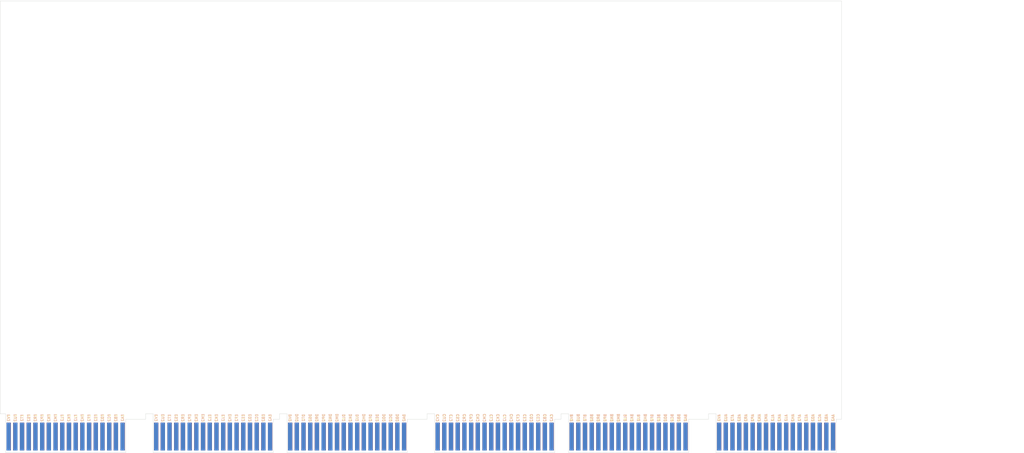
<source format=kicad_pcb>
(kicad_pcb (version 20171130) (host pcbnew "(5.1.10)-1")

  (general
    (thickness 1.6)
    (drawings 55)
    (tracks 0)
    (zones 0)
    (modules 13)
    (nets 1)
  )

  (page C)
  (title_block
    (title "Template for DEC FLIP CHIP Hex-Height, Extended-Length Module")
    (rev 1)
  )

  (layers
    (0 F.Cu signal)
    (31 B.Cu signal)
    (32 B.Adhes user)
    (33 F.Adhes user)
    (34 B.Paste user)
    (35 F.Paste user)
    (36 B.SilkS user)
    (37 F.SilkS user)
    (38 B.Mask user)
    (39 F.Mask user)
    (40 Dwgs.User user)
    (41 Cmts.User user)
    (42 Eco1.User user)
    (43 Eco2.User user)
    (44 Edge.Cuts user)
    (45 Margin user)
    (46 B.CrtYd user)
    (47 F.CrtYd user)
    (48 B.Fab user)
    (49 F.Fab user)
  )

  (setup
    (last_trace_width 0.25)
    (trace_clearance 0.2)
    (zone_clearance 0.508)
    (zone_45_only no)
    (trace_min 0.2)
    (via_size 0.8)
    (via_drill 0.4)
    (via_min_size 0.4)
    (via_min_drill 0.3)
    (uvia_size 0.3)
    (uvia_drill 0.1)
    (uvias_allowed no)
    (uvia_min_size 0.2)
    (uvia_min_drill 0.1)
    (edge_width 0.127)
    (segment_width 0.2)
    (pcb_text_width 0.3)
    (pcb_text_size 1.5 1.5)
    (mod_edge_width 0.12)
    (mod_text_size 1 1)
    (mod_text_width 0.15)
    (pad_size 3.200001 3.200001)
    (pad_drill 3.200001)
    (pad_to_mask_clearance 0)
    (aux_axis_origin 0 0)
    (grid_origin 482.6 304.8)
    (visible_elements 7FFFFFFF)
    (pcbplotparams
      (layerselection 0x010fc_ffffffff)
      (usegerberextensions false)
      (usegerberattributes true)
      (usegerberadvancedattributes true)
      (creategerberjobfile true)
      (excludeedgelayer true)
      (linewidth 0.100000)
      (plotframeref false)
      (viasonmask false)
      (mode 1)
      (useauxorigin false)
      (hpglpennumber 1)
      (hpglpenspeed 20)
      (hpglpendiameter 15.000000)
      (psnegative false)
      (psa4output false)
      (plotreference true)
      (plotvalue true)
      (plotinvisibletext false)
      (padsonsilk false)
      (subtractmaskfromsilk false)
      (outputformat 1)
      (mirror false)
      (drillshape 1)
      (scaleselection 1)
      (outputdirectory ""))
  )

  (net 0 "")

  (net_class Default "This is the default net class."
    (clearance 0.2)
    (trace_width 0.25)
    (via_dia 0.8)
    (via_drill 0.4)
    (uvia_dia 0.3)
    (uvia_drill 0.1)
  )

  (module DEC-FLIP-CHIP:CONN-DEC-HEX (layer F.Cu) (tedit 6169CDCD) (tstamp 616A3F0F)
    (at 482.6 304.8)
    (descr "DEC FLIP CHIP QUAD-HEX Edge Connector")
    (fp_text reference J1 (at -198.5772 4.9276) (layer Cmts.User) hide
      (effects (font (size 1.27 1.27) (thickness 0.2032)))
    )
    (fp_text value CONN-DEC-HEX (at -199.0852 8.0264) (layer Cmts.User) hide
      (effects (font (size 1.27 1.27) (thickness 0.2032)))
    )
    (fp_text user FP2 (at -378.5616 -16.51 90) (layer B.SilkS)
      (effects (font (size 1.27 1.27) (thickness 0.2032)) (justify mirror))
    )
    (fp_text user FS2 (at -384.9116 -16.51 90) (layer B.SilkS)
      (effects (font (size 1.27 1.27) (thickness 0.2032)) (justify mirror))
    )
    (fp_text user FT2 (at -388.0866 -16.51 90) (layer B.SilkS)
      (effects (font (size 1.27 1.27) (thickness 0.2032)) (justify mirror))
    )
    (fp_text user FV2 (at -394.4366 -16.51 90) (layer B.SilkS)
      (effects (font (size 1.27 1.27) (thickness 0.2032)) (justify mirror))
    )
    (fp_text user FU2 (at -391.2616 -16.51 90) (layer B.SilkS)
      (effects (font (size 1.27 1.27) (thickness 0.2032)) (justify mirror))
    )
    (fp_text user FR2 (at -381.7366 -16.51 90) (layer B.SilkS)
      (effects (font (size 1.27 1.27) (thickness 0.2032)) (justify mirror))
    )
    (fp_text user FM2 (at -372.2116 -16.51 90) (layer B.SilkS)
      (effects (font (size 1.27 1.27) (thickness 0.2032)) (justify mirror))
    )
    (fp_text user EB2 (at -273.7866 -16.51 90) (layer B.SilkS)
      (effects (font (size 1.27 1.27) (thickness 0.2032)) (justify mirror))
    )
    (fp_text user EN2 (at -305.5366 -16.51 90) (layer B.SilkS)
      (effects (font (size 1.27 1.27) (thickness 0.2032)) (justify mirror))
    )
    (fp_text user FE2 (at -353.1616 -16.51 90) (layer B.SilkS)
      (effects (font (size 1.27 1.27) (thickness 0.2032)) (justify mirror))
    )
    (fp_text user FL2 (at -369.0366 -16.51 90) (layer B.SilkS)
      (effects (font (size 1.27 1.27) (thickness 0.2032)) (justify mirror))
    )
    (fp_text user FJ2 (at -362.6866 -16.51 90) (layer B.SilkS)
      (effects (font (size 1.27 1.27) (thickness 0.2032)) (justify mirror))
    )
    (fp_text user FH2 (at -359.5116 -16.51 90) (layer B.SilkS)
      (effects (font (size 1.27 1.27) (thickness 0.2032)) (justify mirror))
    )
    (fp_text user ED2 (at -280.1366 -16.51 90) (layer B.SilkS)
      (effects (font (size 1.27 1.27) (thickness 0.2032)) (justify mirror))
    )
    (fp_text user EP2 (at -308.7116 -16.51 90) (layer B.SilkS)
      (effects (font (size 1.27 1.27) (thickness 0.2032)) (justify mirror))
    )
    (fp_text user FB2 (at -343.6366 -16.51 90) (layer B.SilkS)
      (effects (font (size 1.27 1.27) (thickness 0.2032)) (justify mirror))
    )
    (fp_text user EC2 (at -276.9616 -16.51 90) (layer B.SilkS)
      (effects (font (size 1.27 1.27) (thickness 0.2032)) (justify mirror))
    )
    (fp_text user ES2 (at -315.0616 -16.51 90) (layer B.SilkS)
      (effects (font (size 1.27 1.27) (thickness 0.2032)) (justify mirror))
    )
    (fp_text user EL2 (at -299.1866 -16.51 90) (layer B.SilkS)
      (effects (font (size 1.27 1.27) (thickness 0.2032)) (justify mirror))
    )
    (fp_text user EJ2 (at -292.8366 -16.51 90) (layer B.SilkS)
      (effects (font (size 1.27 1.27) (thickness 0.2032)) (justify mirror))
    )
    (fp_text user EA2 (at -270.6116 -16.51 90) (layer B.SilkS)
      (effects (font (size 1.27 1.27) (thickness 0.2032)) (justify mirror))
    )
    (fp_text user ET2 (at -318.2366 -16.51 90) (layer B.SilkS)
      (effects (font (size 1.27 1.27) (thickness 0.2032)) (justify mirror))
    )
    (fp_text user ER2 (at -311.8866 -16.51 90) (layer B.SilkS)
      (effects (font (size 1.27 1.27) (thickness 0.2032)) (justify mirror))
    )
    (fp_text user EU2 (at -321.4116 -16.51 90) (layer B.SilkS)
      (effects (font (size 1.27 1.27) (thickness 0.2032)) (justify mirror))
    )
    (fp_text user EV2 (at -324.5866 -16.51 90) (layer B.SilkS)
      (effects (font (size 1.27 1.27) (thickness 0.2032)) (justify mirror))
    )
    (fp_text user FN2 (at -375.3866 -16.51 90) (layer B.SilkS)
      (effects (font (size 1.27 1.27) (thickness 0.2032)) (justify mirror))
    )
    (fp_text user FK2 (at -365.8616 -16.51 90) (layer B.SilkS)
      (effects (font (size 1.27 1.27) (thickness 0.2032)) (justify mirror))
    )
    (fp_text user EK2 (at -296.0116 -16.51 90) (layer B.SilkS)
      (effects (font (size 1.27 1.27) (thickness 0.2032)) (justify mirror))
    )
    (fp_text user FF2 (at -356.3366 -16.51 90) (layer B.SilkS)
      (effects (font (size 1.27 1.27) (thickness 0.2032)) (justify mirror))
    )
    (fp_text user EM2 (at -302.3616 -16.51 90) (layer B.SilkS)
      (effects (font (size 1.27 1.27) (thickness 0.2032)) (justify mirror))
    )
    (fp_text user FA2 (at -340.4616 -16.51 90) (layer B.SilkS)
      (effects (font (size 1.27 1.27) (thickness 0.2032)) (justify mirror))
    )
    (fp_text user EF2 (at -286.4866 -16.51 90) (layer B.SilkS)
      (effects (font (size 1.27 1.27) (thickness 0.2032)) (justify mirror))
    )
    (fp_text user EH2 (at -289.6616 -16.51 90) (layer B.SilkS)
      (effects (font (size 1.27 1.27) (thickness 0.2032)) (justify mirror))
    )
    (fp_text user FD2 (at -349.9866 -16.51 90) (layer B.SilkS)
      (effects (font (size 1.27 1.27) (thickness 0.2032)) (justify mirror))
    )
    (fp_text user FC2 (at -346.8116 -16.51 90) (layer B.SilkS)
      (effects (font (size 1.27 1.27) (thickness 0.2032)) (justify mirror))
    )
    (fp_text user EE2 (at -283.3116 -16.51 90) (layer B.SilkS)
      (effects (font (size 1.27 1.27) (thickness 0.2032)) (justify mirror))
    )
    (fp_text user FE1 (at -353.1616 -16.51 90) (layer F.SilkS)
      (effects (font (size 1.27 1.27) (thickness 0.2032)))
    )
    (fp_text user FK1 (at -365.8616 -16.51 90) (layer F.SilkS)
      (effects (font (size 1.27 1.27) (thickness 0.2032)))
    )
    (fp_text user EB1 (at -273.7866 -16.51 90) (layer F.SilkS)
      (effects (font (size 1.27 1.27) (thickness 0.2032)))
    )
    (fp_text user FL1 (at -369.0366 -16.51 90) (layer F.SilkS)
      (effects (font (size 1.27 1.27) (thickness 0.2032)))
    )
    (fp_text user FM1 (at -372.2116 -16.51 90) (layer F.SilkS)
      (effects (font (size 1.27 1.27) (thickness 0.2032)))
    )
    (fp_text user FR1 (at -381.7366 -16.51 90) (layer F.SilkS)
      (effects (font (size 1.27 1.27) (thickness 0.2032)))
    )
    (fp_text user EP1 (at -308.7116 -16.51 90) (layer F.SilkS)
      (effects (font (size 1.27 1.27) (thickness 0.2032)))
    )
    (fp_text user FA1 (at -340.4616 -16.51 90) (layer F.SilkS)
      (effects (font (size 1.27 1.27) (thickness 0.2032)))
    )
    (fp_text user FC1 (at -346.8116 -16.51 90) (layer F.SilkS)
      (effects (font (size 1.27 1.27) (thickness 0.2032)))
    )
    (fp_text user FV1 (at -394.4366 -16.51 90) (layer F.SilkS)
      (effects (font (size 1.27 1.27) (thickness 0.2032)))
    )
    (fp_text user ER1 (at -311.8866 -16.51 90) (layer F.SilkS)
      (effects (font (size 1.27 1.27) (thickness 0.2032)))
    )
    (fp_text user ES1 (at -315.0616 -16.51 90) (layer F.SilkS)
      (effects (font (size 1.27 1.27) (thickness 0.2032)))
    )
    (fp_text user EV1 (at -324.5866 -16.51 90) (layer F.SilkS)
      (effects (font (size 1.27 1.27) (thickness 0.2032)))
    )
    (fp_text user FB1 (at -343.6366 -16.51 90) (layer F.SilkS)
      (effects (font (size 1.27 1.27) (thickness 0.2032)))
    )
    (fp_text user EN1 (at -305.5366 -16.51 90) (layer F.SilkS)
      (effects (font (size 1.27 1.27) (thickness 0.2032)))
    )
    (fp_text user EU1 (at -321.4116 -16.51 90) (layer F.SilkS)
      (effects (font (size 1.27 1.27) (thickness 0.2032)))
    )
    (fp_text user EF1 (at -286.4866 -16.51 90) (layer F.SilkS)
      (effects (font (size 1.27 1.27) (thickness 0.2032)))
    )
    (fp_text user FD1 (at -349.9866 -16.51 90) (layer F.SilkS)
      (effects (font (size 1.27 1.27) (thickness 0.2032)))
    )
    (fp_text user FS1 (at -384.9116 -16.51 90) (layer F.SilkS)
      (effects (font (size 1.27 1.27) (thickness 0.2032)))
    )
    (fp_text user FH1 (at -359.5116 -16.51 90) (layer F.SilkS)
      (effects (font (size 1.27 1.27) (thickness 0.2032)))
    )
    (fp_text user EL1 (at -299.1866 -16.51 90) (layer F.SilkS)
      (effects (font (size 1.27 1.27) (thickness 0.2032)))
    )
    (fp_text user EK1 (at -296.0116 -16.51 90) (layer F.SilkS)
      (effects (font (size 1.27 1.27) (thickness 0.2032)))
    )
    (fp_text user EH1 (at -289.6616 -16.51 90) (layer F.SilkS)
      (effects (font (size 1.27 1.27) (thickness 0.2032)))
    )
    (fp_text user FU1 (at -391.2616 -16.51 90) (layer F.SilkS)
      (effects (font (size 1.27 1.27) (thickness 0.2032)))
    )
    (fp_text user ET1 (at -318.2366 -16.51 90) (layer F.SilkS)
      (effects (font (size 1.27 1.27) (thickness 0.2032)))
    )
    (fp_text user EA1 (at -270.6116 -16.51 90) (layer F.SilkS)
      (effects (font (size 1.27 1.27) (thickness 0.2032)))
    )
    (fp_text user ED1 (at -280.1366 -16.51 90) (layer F.SilkS)
      (effects (font (size 1.27 1.27) (thickness 0.2032)))
    )
    (fp_text user EC1 (at -276.9616 -16.51 90) (layer F.SilkS)
      (effects (font (size 1.27 1.27) (thickness 0.2032)))
    )
    (fp_text user FF1 (at -356.3366 -16.51 90) (layer F.SilkS)
      (effects (font (size 1.27 1.27) (thickness 0.2032)))
    )
    (fp_text user FJ1 (at -362.6866 -16.51 90) (layer F.SilkS)
      (effects (font (size 1.27 1.27) (thickness 0.2032)))
    )
    (fp_text user FT1 (at -388.0866 -16.51 90) (layer F.SilkS)
      (effects (font (size 1.27 1.27) (thickness 0.2032)))
    )
    (fp_text user FP1 (at -378.5616 -16.51 90) (layer F.SilkS)
      (effects (font (size 1.27 1.27) (thickness 0.2032)))
    )
    (fp_text user FN1 (at -375.3866 -16.51 90) (layer F.SilkS)
      (effects (font (size 1.27 1.27) (thickness 0.2032)))
    )
    (fp_text user EE1 (at -283.3116 -16.51 90) (layer F.SilkS)
      (effects (font (size 1.27 1.27) (thickness 0.2032)))
    )
    (fp_text user EM1 (at -302.3616 -16.51 90) (layer F.SilkS)
      (effects (font (size 1.27 1.27) (thickness 0.2032)))
    )
    (fp_text user EJ1 (at -292.8366 -16.51 90) (layer F.SilkS)
      (effects (font (size 1.27 1.27) (thickness 0.2032)))
    )
    (fp_text user DV2 (at -261.1374 -16.51 90) (layer B.SilkS)
      (effects (font (size 1.27 1.27) (thickness 0.2032)) (justify mirror))
    )
    (fp_text user DU2 (at -257.9624 -16.51 90) (layer B.SilkS)
      (effects (font (size 1.27 1.27) (thickness 0.2032)) (justify mirror))
    )
    (fp_text user DT2 (at -254.7874 -16.51 90) (layer B.SilkS)
      (effects (font (size 1.27 1.27) (thickness 0.2032)) (justify mirror))
    )
    (fp_text user DS2 (at -251.6124 -16.51 90) (layer B.SilkS)
      (effects (font (size 1.27 1.27) (thickness 0.2032)) (justify mirror))
    )
    (fp_text user DR2 (at -248.4374 -16.51 90) (layer B.SilkS)
      (effects (font (size 1.27 1.27) (thickness 0.2032)) (justify mirror))
    )
    (fp_text user DP2 (at -245.2624 -16.51 90) (layer B.SilkS)
      (effects (font (size 1.27 1.27) (thickness 0.2032)) (justify mirror))
    )
    (fp_text user DN2 (at -242.0874 -16.51 90) (layer B.SilkS)
      (effects (font (size 1.27 1.27) (thickness 0.2032)) (justify mirror))
    )
    (fp_text user DM2 (at -238.9124 -16.51 90) (layer B.SilkS)
      (effects (font (size 1.27 1.27) (thickness 0.2032)) (justify mirror))
    )
    (fp_text user DL2 (at -235.7374 -16.51 90) (layer B.SilkS)
      (effects (font (size 1.27 1.27) (thickness 0.2032)) (justify mirror))
    )
    (fp_text user DK2 (at -232.5624 -16.51 90) (layer B.SilkS)
      (effects (font (size 1.27 1.27) (thickness 0.2032)) (justify mirror))
    )
    (fp_text user DJ2 (at -229.3874 -16.51 90) (layer B.SilkS)
      (effects (font (size 1.27 1.27) (thickness 0.2032)) (justify mirror))
    )
    (fp_text user DH2 (at -226.2124 -16.51 90) (layer B.SilkS)
      (effects (font (size 1.27 1.27) (thickness 0.2032)) (justify mirror))
    )
    (fp_text user DF2 (at -223.0374 -16.51 90) (layer B.SilkS)
      (effects (font (size 1.27 1.27) (thickness 0.2032)) (justify mirror))
    )
    (fp_text user DE2 (at -219.8624 -16.51 90) (layer B.SilkS)
      (effects (font (size 1.27 1.27) (thickness 0.2032)) (justify mirror))
    )
    (fp_text user DD2 (at -216.6874 -16.51 90) (layer B.SilkS)
      (effects (font (size 1.27 1.27) (thickness 0.2032)) (justify mirror))
    )
    (fp_text user DC2 (at -213.5124 -16.51 90) (layer B.SilkS)
      (effects (font (size 1.27 1.27) (thickness 0.2032)) (justify mirror))
    )
    (fp_text user DB2 (at -210.3374 -16.51 90) (layer B.SilkS)
      (effects (font (size 1.27 1.27) (thickness 0.2032)) (justify mirror))
    )
    (fp_text user DA2 (at -207.1624 -16.51 90) (layer B.SilkS)
      (effects (font (size 1.27 1.27) (thickness 0.2032)) (justify mirror))
    )
    (fp_text user CA2 (at -137.3124 -16.51 90) (layer B.SilkS)
      (effects (font (size 1.27 1.27) (thickness 0.2032)) (justify mirror))
    )
    (fp_text user CB2 (at -140.4874 -16.51 90) (layer B.SilkS)
      (effects (font (size 1.27 1.27) (thickness 0.2032)) (justify mirror))
    )
    (fp_text user CC2 (at -143.6624 -16.51 90) (layer B.SilkS)
      (effects (font (size 1.27 1.27) (thickness 0.2032)) (justify mirror))
    )
    (fp_text user CD2 (at -146.8374 -16.51 90) (layer B.SilkS)
      (effects (font (size 1.27 1.27) (thickness 0.2032)) (justify mirror))
    )
    (fp_text user CE2 (at -150.0124 -16.51 90) (layer B.SilkS)
      (effects (font (size 1.27 1.27) (thickness 0.2032)) (justify mirror))
    )
    (fp_text user CF2 (at -153.1874 -16.51 90) (layer B.SilkS)
      (effects (font (size 1.27 1.27) (thickness 0.2032)) (justify mirror))
    )
    (fp_text user CH2 (at -156.3624 -16.51 90) (layer B.SilkS)
      (effects (font (size 1.27 1.27) (thickness 0.2032)) (justify mirror))
    )
    (fp_text user CJ2 (at -159.5374 -16.51 90) (layer B.SilkS)
      (effects (font (size 1.27 1.27) (thickness 0.2032)) (justify mirror))
    )
    (fp_text user CK2 (at -162.7124 -16.51 90) (layer B.SilkS)
      (effects (font (size 1.27 1.27) (thickness 0.2032)) (justify mirror))
    )
    (fp_text user CL2 (at -165.8874 -16.51 90) (layer B.SilkS)
      (effects (font (size 1.27 1.27) (thickness 0.2032)) (justify mirror))
    )
    (fp_text user CM2 (at -169.0624 -16.51 90) (layer B.SilkS)
      (effects (font (size 1.27 1.27) (thickness 0.2032)) (justify mirror))
    )
    (fp_text user CN2 (at -172.2374 -16.51 90) (layer B.SilkS)
      (effects (font (size 1.27 1.27) (thickness 0.2032)) (justify mirror))
    )
    (fp_text user CP2 (at -175.4124 -16.51 90) (layer B.SilkS)
      (effects (font (size 1.27 1.27) (thickness 0.2032)) (justify mirror))
    )
    (fp_text user CR2 (at -178.5874 -16.51 90) (layer B.SilkS)
      (effects (font (size 1.27 1.27) (thickness 0.2032)) (justify mirror))
    )
    (fp_text user CS2 (at -181.7624 -16.51 90) (layer B.SilkS)
      (effects (font (size 1.27 1.27) (thickness 0.2032)) (justify mirror))
    )
    (fp_text user CT2 (at -184.9374 -16.51 90) (layer B.SilkS)
      (effects (font (size 1.27 1.27) (thickness 0.2032)) (justify mirror))
    )
    (fp_text user CU2 (at -188.1124 -16.51 90) (layer B.SilkS)
      (effects (font (size 1.27 1.27) (thickness 0.2032)) (justify mirror))
    )
    (fp_text user CV2 (at -191.2874 -16.51 90) (layer B.SilkS)
      (effects (font (size 1.27 1.27) (thickness 0.2032)) (justify mirror))
    )
    (fp_text user BV2 (at -127.8382 -16.51 90) (layer B.SilkS)
      (effects (font (size 1.27 1.27) (thickness 0.2032)) (justify mirror))
    )
    (fp_text user BU2 (at -124.6632 -16.51 90) (layer B.SilkS)
      (effects (font (size 1.27 1.27) (thickness 0.2032)) (justify mirror))
    )
    (fp_text user BT2 (at -121.4882 -16.51 90) (layer B.SilkS)
      (effects (font (size 1.27 1.27) (thickness 0.2032)) (justify mirror))
    )
    (fp_text user BS2 (at -118.3132 -16.51 90) (layer B.SilkS)
      (effects (font (size 1.27 1.27) (thickness 0.2032)) (justify mirror))
    )
    (fp_text user BR2 (at -115.1382 -16.51 90) (layer B.SilkS)
      (effects (font (size 1.27 1.27) (thickness 0.2032)) (justify mirror))
    )
    (fp_text user BP2 (at -111.9632 -16.51 90) (layer B.SilkS)
      (effects (font (size 1.27 1.27) (thickness 0.2032)) (justify mirror))
    )
    (fp_text user BN2 (at -108.7882 -16.51 90) (layer B.SilkS)
      (effects (font (size 1.27 1.27) (thickness 0.2032)) (justify mirror))
    )
    (fp_text user BM2 (at -105.6132 -16.51 90) (layer B.SilkS)
      (effects (font (size 1.27 1.27) (thickness 0.2032)) (justify mirror))
    )
    (fp_text user BL2 (at -102.4382 -16.51 90) (layer B.SilkS)
      (effects (font (size 1.27 1.27) (thickness 0.2032)) (justify mirror))
    )
    (fp_text user BK2 (at -99.2632 -16.51 90) (layer B.SilkS)
      (effects (font (size 1.27 1.27) (thickness 0.2032)) (justify mirror))
    )
    (fp_text user BJ2 (at -96.0882 -16.51 90) (layer B.SilkS)
      (effects (font (size 1.27 1.27) (thickness 0.2032)) (justify mirror))
    )
    (fp_text user BH2 (at -92.9132 -16.51 90) (layer B.SilkS)
      (effects (font (size 1.27 1.27) (thickness 0.2032)) (justify mirror))
    )
    (fp_text user BF2 (at -89.7382 -16.51 90) (layer B.SilkS)
      (effects (font (size 1.27 1.27) (thickness 0.2032)) (justify mirror))
    )
    (fp_text user BE2 (at -86.5632 -16.51 90) (layer B.SilkS)
      (effects (font (size 1.27 1.27) (thickness 0.2032)) (justify mirror))
    )
    (fp_text user BD2 (at -83.3882 -16.51 90) (layer B.SilkS)
      (effects (font (size 1.27 1.27) (thickness 0.2032)) (justify mirror))
    )
    (fp_text user BC2 (at -80.2132 -16.51 90) (layer B.SilkS)
      (effects (font (size 1.27 1.27) (thickness 0.2032)) (justify mirror))
    )
    (fp_text user BB2 (at -77.0382 -16.51 90) (layer B.SilkS)
      (effects (font (size 1.27 1.27) (thickness 0.2032)) (justify mirror))
    )
    (fp_text user BA2 (at -73.8632 -16.51 90) (layer B.SilkS)
      (effects (font (size 1.27 1.27) (thickness 0.2032)) (justify mirror))
    )
    (fp_text user AA2 (at -4.0132 -16.51 90) (layer B.SilkS)
      (effects (font (size 1.27 1.27) (thickness 0.2032)) (justify mirror))
    )
    (fp_text user AB2 (at -7.1882 -16.51 90) (layer B.SilkS)
      (effects (font (size 1.27 1.27) (thickness 0.2032)) (justify mirror))
    )
    (fp_text user AC2 (at -10.3632 -16.51 90) (layer B.SilkS)
      (effects (font (size 1.27 1.27) (thickness 0.2032)) (justify mirror))
    )
    (fp_text user AD2 (at -13.5382 -16.51 90) (layer B.SilkS)
      (effects (font (size 1.27 1.27) (thickness 0.2032)) (justify mirror))
    )
    (fp_text user AE2 (at -16.7132 -16.51 90) (layer B.SilkS)
      (effects (font (size 1.27 1.27) (thickness 0.2032)) (justify mirror))
    )
    (fp_text user AF2 (at -19.8882 -16.51 90) (layer B.SilkS)
      (effects (font (size 1.27 1.27) (thickness 0.2032)) (justify mirror))
    )
    (fp_text user AH2 (at -23.0632 -16.51 90) (layer B.SilkS)
      (effects (font (size 1.27 1.27) (thickness 0.2032)) (justify mirror))
    )
    (fp_text user AJ2 (at -26.2382 -16.51 90) (layer B.SilkS)
      (effects (font (size 1.27 1.27) (thickness 0.2032)) (justify mirror))
    )
    (fp_text user AK2 (at -29.4132 -16.51 90) (layer B.SilkS)
      (effects (font (size 1.27 1.27) (thickness 0.2032)) (justify mirror))
    )
    (fp_text user AL2 (at -32.5882 -16.51 90) (layer B.SilkS)
      (effects (font (size 1.27 1.27) (thickness 0.2032)) (justify mirror))
    )
    (fp_text user AM2 (at -35.7632 -16.51 90) (layer B.SilkS)
      (effects (font (size 1.27 1.27) (thickness 0.2032)) (justify mirror))
    )
    (fp_text user AN2 (at -38.9382 -16.51 90) (layer B.SilkS)
      (effects (font (size 1.27 1.27) (thickness 0.2032)) (justify mirror))
    )
    (fp_text user AP2 (at -42.1132 -16.51 90) (layer B.SilkS)
      (effects (font (size 1.27 1.27) (thickness 0.2032)) (justify mirror))
    )
    (fp_text user AR2 (at -45.2882 -16.51 90) (layer B.SilkS)
      (effects (font (size 1.27 1.27) (thickness 0.2032)) (justify mirror))
    )
    (fp_text user AS2 (at -48.4632 -16.51 90) (layer B.SilkS)
      (effects (font (size 1.27 1.27) (thickness 0.2032)) (justify mirror))
    )
    (fp_text user AT2 (at -51.6382 -16.51 90) (layer B.SilkS)
      (effects (font (size 1.27 1.27) (thickness 0.2032)) (justify mirror))
    )
    (fp_text user AU2 (at -54.8132 -16.51 90) (layer B.SilkS)
      (effects (font (size 1.27 1.27) (thickness 0.2032)) (justify mirror))
    )
    (fp_text user AV2 (at -57.9882 -16.51 90) (layer B.SilkS)
      (effects (font (size 1.27 1.27) (thickness 0.2032)) (justify mirror))
    )
    (fp_text user DA1 (at -207.1624 -16.51 90) (layer F.SilkS)
      (effects (font (size 1.27 1.27) (thickness 0.2032)))
    )
    (fp_text user DB1 (at -210.3374 -16.51 90) (layer F.SilkS)
      (effects (font (size 1.27 1.27) (thickness 0.2032)))
    )
    (fp_text user DC1 (at -213.5124 -16.51 90) (layer F.SilkS)
      (effects (font (size 1.27 1.27) (thickness 0.2032)))
    )
    (fp_text user DD1 (at -216.6874 -16.51 90) (layer F.SilkS)
      (effects (font (size 1.27 1.27) (thickness 0.2032)))
    )
    (fp_text user DE1 (at -219.8624 -16.51 90) (layer F.SilkS)
      (effects (font (size 1.27 1.27) (thickness 0.2032)))
    )
    (fp_text user DF1 (at -223.0374 -16.51 90) (layer F.SilkS)
      (effects (font (size 1.27 1.27) (thickness 0.2032)))
    )
    (fp_text user DH1 (at -226.2124 -16.51 90) (layer F.SilkS)
      (effects (font (size 1.27 1.27) (thickness 0.2032)))
    )
    (fp_text user DJ1 (at -229.3874 -16.51 90) (layer F.SilkS)
      (effects (font (size 1.27 1.27) (thickness 0.2032)))
    )
    (fp_text user DK1 (at -232.5624 -16.51 90) (layer F.SilkS)
      (effects (font (size 1.27 1.27) (thickness 0.2032)))
    )
    (fp_text user DL1 (at -235.7374 -16.51 90) (layer F.SilkS)
      (effects (font (size 1.27 1.27) (thickness 0.2032)))
    )
    (fp_text user DM1 (at -238.9124 -16.51 90) (layer F.SilkS)
      (effects (font (size 1.27 1.27) (thickness 0.2032)))
    )
    (fp_text user DN1 (at -242.0874 -16.51 90) (layer F.SilkS)
      (effects (font (size 1.27 1.27) (thickness 0.2032)))
    )
    (fp_text user DP1 (at -245.2624 -16.51 90) (layer F.SilkS)
      (effects (font (size 1.27 1.27) (thickness 0.2032)))
    )
    (fp_text user DR1 (at -248.4374 -16.51 90) (layer F.SilkS)
      (effects (font (size 1.27 1.27) (thickness 0.2032)))
    )
    (fp_text user DS1 (at -251.6124 -16.51 90) (layer F.SilkS)
      (effects (font (size 1.27 1.27) (thickness 0.2032)))
    )
    (fp_text user DT1 (at -254.7874 -16.51 90) (layer F.SilkS)
      (effects (font (size 1.27 1.27) (thickness 0.2032)))
    )
    (fp_text user DU1 (at -257.9624 -16.51 90) (layer F.SilkS)
      (effects (font (size 1.27 1.27) (thickness 0.2032)))
    )
    (fp_text user DV1 (at -261.1374 -16.51 90) (layer F.SilkS)
      (effects (font (size 1.27 1.27) (thickness 0.2032)))
    )
    (fp_text user CV1 (at -191.2874 -16.51 90) (layer F.SilkS)
      (effects (font (size 1.27 1.27) (thickness 0.2032)))
    )
    (fp_text user CU1 (at -188.1124 -16.51 90) (layer F.SilkS)
      (effects (font (size 1.27 1.27) (thickness 0.2032)))
    )
    (fp_text user CT1 (at -184.9374 -16.51 90) (layer F.SilkS)
      (effects (font (size 1.27 1.27) (thickness 0.2032)))
    )
    (fp_text user CS1 (at -181.7624 -16.51 90) (layer F.SilkS)
      (effects (font (size 1.27 1.27) (thickness 0.2032)))
    )
    (fp_text user CR1 (at -178.5874 -16.51 90) (layer F.SilkS)
      (effects (font (size 1.27 1.27) (thickness 0.2032)))
    )
    (fp_text user CP1 (at -175.4124 -16.51 90) (layer F.SilkS)
      (effects (font (size 1.27 1.27) (thickness 0.2032)))
    )
    (fp_text user CN1 (at -172.2374 -16.51 90) (layer F.SilkS)
      (effects (font (size 1.27 1.27) (thickness 0.2032)))
    )
    (fp_text user CM1 (at -169.0624 -16.51 90) (layer F.SilkS)
      (effects (font (size 1.27 1.27) (thickness 0.2032)))
    )
    (fp_text user CL1 (at -165.8874 -16.51 90) (layer F.SilkS)
      (effects (font (size 1.27 1.27) (thickness 0.2032)))
    )
    (fp_text user CK1 (at -162.7124 -16.51 90) (layer F.SilkS)
      (effects (font (size 1.27 1.27) (thickness 0.2032)))
    )
    (fp_text user CJ1 (at -159.5374 -16.51 90) (layer F.SilkS)
      (effects (font (size 1.27 1.27) (thickness 0.2032)))
    )
    (fp_text user CH1 (at -156.3624 -16.51 90) (layer F.SilkS)
      (effects (font (size 1.27 1.27) (thickness 0.2032)))
    )
    (fp_text user CF1 (at -153.1874 -16.51 90) (layer F.SilkS)
      (effects (font (size 1.27 1.27) (thickness 0.2032)))
    )
    (fp_text user CE1 (at -150.0124 -16.51 90) (layer F.SilkS)
      (effects (font (size 1.27 1.27) (thickness 0.2032)))
    )
    (fp_text user CD1 (at -146.8374 -16.51 90) (layer F.SilkS)
      (effects (font (size 1.27 1.27) (thickness 0.2032)))
    )
    (fp_text user CC1 (at -143.6624 -16.51 90) (layer F.SilkS)
      (effects (font (size 1.27 1.27) (thickness 0.2032)))
    )
    (fp_text user CB1 (at -140.4874 -16.51 90) (layer F.SilkS)
      (effects (font (size 1.27 1.27) (thickness 0.2032)))
    )
    (fp_text user CA1 (at -137.3124 -16.51 90) (layer F.SilkS)
      (effects (font (size 1.27 1.27) (thickness 0.2032)))
    )
    (fp_text user BA1 (at -73.8632 -16.51 90) (layer F.SilkS)
      (effects (font (size 1.27 1.27) (thickness 0.2032)))
    )
    (fp_text user BB1 (at -77.0382 -16.51 90) (layer F.SilkS)
      (effects (font (size 1.27 1.27) (thickness 0.2032)))
    )
    (fp_text user BC1 (at -80.2132 -16.51 90) (layer F.SilkS)
      (effects (font (size 1.27 1.27) (thickness 0.2032)))
    )
    (fp_text user BD1 (at -83.3882 -16.51 90) (layer F.SilkS)
      (effects (font (size 1.27 1.27) (thickness 0.2032)))
    )
    (fp_text user BE1 (at -86.5632 -16.51 90) (layer F.SilkS)
      (effects (font (size 1.27 1.27) (thickness 0.2032)))
    )
    (fp_text user BF1 (at -89.7382 -16.51 90) (layer F.SilkS)
      (effects (font (size 1.27 1.27) (thickness 0.2032)))
    )
    (fp_text user BH1 (at -92.9132 -16.51 90) (layer F.SilkS)
      (effects (font (size 1.27 1.27) (thickness 0.2032)))
    )
    (fp_text user BJ1 (at -96.0882 -16.51 90) (layer F.SilkS)
      (effects (font (size 1.27 1.27) (thickness 0.2032)))
    )
    (fp_text user BK1 (at -99.2632 -16.51 90) (layer F.SilkS)
      (effects (font (size 1.27 1.27) (thickness 0.2032)))
    )
    (fp_text user BL1 (at -102.4382 -16.51 90) (layer F.SilkS)
      (effects (font (size 1.27 1.27) (thickness 0.2032)))
    )
    (fp_text user BM1 (at -105.6132 -16.51 90) (layer F.SilkS)
      (effects (font (size 1.27 1.27) (thickness 0.2032)))
    )
    (fp_text user BN1 (at -108.7882 -16.51 90) (layer F.SilkS)
      (effects (font (size 1.27 1.27) (thickness 0.2032)))
    )
    (fp_text user BP1 (at -111.9632 -16.51 90) (layer F.SilkS)
      (effects (font (size 1.27 1.27) (thickness 0.2032)))
    )
    (fp_text user BR1 (at -115.1382 -16.51 90) (layer F.SilkS)
      (effects (font (size 1.27 1.27) (thickness 0.2032)))
    )
    (fp_text user BS1 (at -118.3132 -16.51 90) (layer F.SilkS)
      (effects (font (size 1.27 1.27) (thickness 0.2032)))
    )
    (fp_text user BT1 (at -121.4882 -16.51 90) (layer F.SilkS)
      (effects (font (size 1.27 1.27) (thickness 0.2032)))
    )
    (fp_text user BU1 (at -124.6632 -16.51 90) (layer F.SilkS)
      (effects (font (size 1.27 1.27) (thickness 0.2032)))
    )
    (fp_text user BV1 (at -127.8382 -16.51 90) (layer F.SilkS)
      (effects (font (size 1.27 1.27) (thickness 0.2032)))
    )
    (fp_text user AV1 (at -57.9882 -16.51 90) (layer F.SilkS)
      (effects (font (size 1.27 1.27) (thickness 0.2032)))
    )
    (fp_text user AU1 (at -54.8132 -16.51 90) (layer F.SilkS)
      (effects (font (size 1.27 1.27) (thickness 0.2032)))
    )
    (fp_text user AT1 (at -51.6382 -16.51 90) (layer F.SilkS)
      (effects (font (size 1.27 1.27) (thickness 0.2032)))
    )
    (fp_text user AS1 (at -48.4632 -16.51 90) (layer F.SilkS)
      (effects (font (size 1.27 1.27) (thickness 0.2032)))
    )
    (fp_text user AR1 (at -45.2882 -16.51 90) (layer F.SilkS)
      (effects (font (size 1.27 1.27) (thickness 0.2032)))
    )
    (fp_text user AP1 (at -42.1132 -16.51 90) (layer F.SilkS)
      (effects (font (size 1.27 1.27) (thickness 0.2032)))
    )
    (fp_text user AN1 (at -38.9382 -16.51 90) (layer F.SilkS)
      (effects (font (size 1.27 1.27) (thickness 0.2032)))
    )
    (fp_text user AM1 (at -35.7632 -16.51 90) (layer F.SilkS)
      (effects (font (size 1.27 1.27) (thickness 0.2032)))
    )
    (fp_text user AL1 (at -32.5882 -16.51 90) (layer F.SilkS)
      (effects (font (size 1.27 1.27) (thickness 0.2032)))
    )
    (fp_text user AK1 (at -29.4132 -16.51 90) (layer F.SilkS)
      (effects (font (size 1.27 1.27) (thickness 0.2032)))
    )
    (fp_text user AJ1 (at -26.2382 -16.51 90) (layer F.SilkS)
      (effects (font (size 1.27 1.27) (thickness 0.2032)))
    )
    (fp_text user AH1 (at -23.0632 -16.51 90) (layer F.SilkS)
      (effects (font (size 1.27 1.27) (thickness 0.2032)))
    )
    (fp_text user AF1 (at -19.8882 -16.51 90) (layer F.SilkS)
      (effects (font (size 1.27 1.27) (thickness 0.2032)))
    )
    (fp_text user AE1 (at -16.7132 -16.51 90) (layer F.SilkS)
      (effects (font (size 1.27 1.27) (thickness 0.2032)))
    )
    (fp_text user AD1 (at -13.5382 -16.51 90) (layer F.SilkS)
      (effects (font (size 1.27 1.27) (thickness 0.2032)))
    )
    (fp_text user AC1 (at -10.3632 -16.51 90) (layer F.SilkS)
      (effects (font (size 1.27 1.27) (thickness 0.2032)))
    )
    (fp_text user AB1 (at -7.1882 -16.51 90) (layer F.SilkS)
      (effects (font (size 1.27 1.27) (thickness 0.2032)))
    )
    (fp_text user AA1 (at -4.0132 -16.51 90) (layer F.SilkS)
      (effects (font (size 1.27 1.27) (thickness 0.2032)))
    )
    (pad FN2 connect rect (at -375.3866 -13.462) (size 2.032 13.208) (drill (offset 0 5.842)) (layers B.Cu B.Mask))
    (pad FE2 connect rect (at -353.1616 -13.462) (size 2.032 13.208) (drill (offset 0 5.842)) (layers B.Cu B.Mask))
    (pad EU2 connect rect (at -321.4116 -13.462) (size 2.032 13.208) (drill (offset 0 5.842)) (layers B.Cu B.Mask))
    (pad EM2 connect rect (at -302.3616 -13.462) (size 2.032 13.208) (drill (offset 0 5.842)) (layers B.Cu B.Mask))
    (pad FC2 connect rect (at -346.8116 -13.462) (size 2.032 13.208) (drill (offset 0 5.842)) (layers B.Cu B.Mask))
    (pad EA2 connect rect (at -270.6116 -13.462) (size 2.032 13.208) (drill (offset 0 5.842)) (layers B.Cu B.Mask))
    (pad FK2 connect rect (at -365.8616 -13.462) (size 2.032 13.208) (drill (offset 0 5.842)) (layers B.Cu B.Mask))
    (pad FM2 connect rect (at -372.2116 -13.462) (size 2.032 13.208) (drill (offset 0 5.842)) (layers B.Cu B.Mask))
    (pad EK2 connect rect (at -296.0116 -13.462) (size 2.032 13.208) (drill (offset 0 5.842)) (layers B.Cu B.Mask))
    (pad ER2 connect rect (at -311.8866 -13.462) (size 2.032 13.208) (drill (offset 0 5.842)) (layers B.Cu B.Mask))
    (pad EL2 connect rect (at -299.1866 -13.462) (size 2.032 13.208) (drill (offset 0 5.842)) (layers B.Cu B.Mask))
    (pad EV2 connect rect (at -324.5866 -13.462) (size 2.032 13.208) (drill (offset 0 5.842)) (layers B.Cu B.Mask))
    (pad EB2 connect rect (at -273.7866 -13.462) (size 2.032 13.208) (drill (offset 0 5.842)) (layers B.Cu B.Mask))
    (pad FF2 connect rect (at -356.3366 -13.462) (size 2.032 13.208) (drill (offset 0 5.842)) (layers B.Cu B.Mask))
    (pad FL2 connect rect (at -369.0366 -13.462) (size 2.032 13.208) (drill (offset 0 5.842)) (layers B.Cu B.Mask))
    (pad ET2 connect rect (at -318.2366 -13.462) (size 2.032 13.208) (drill (offset 0 5.842)) (layers B.Cu B.Mask))
    (pad FS2 connect rect (at -384.9116 -13.462) (size 2.032 13.208) (drill (offset 0 5.842)) (layers B.Cu B.Mask))
    (pad FU2 connect rect (at -391.2616 -13.462) (size 2.032 13.208) (drill (offset 0 5.842)) (layers B.Cu B.Mask))
    (pad ED2 connect rect (at -280.1366 -13.462) (size 2.032 13.208) (drill (offset 0 5.842)) (layers B.Cu B.Mask))
    (pad EE2 connect rect (at -283.3116 -13.462) (size 2.032 13.208) (drill (offset 0 5.842)) (layers B.Cu B.Mask))
    (pad FA2 connect rect (at -340.4616 -13.462) (size 2.032 13.208) (drill (offset 0 5.842)) (layers B.Cu B.Mask))
    (pad FJ2 connect rect (at -362.6866 -13.462) (size 2.032 13.208) (drill (offset 0 5.842)) (layers B.Cu B.Mask))
    (pad ES2 connect rect (at -315.0616 -13.462) (size 2.032 13.208) (drill (offset 0 5.842)) (layers B.Cu B.Mask))
    (pad EC2 connect rect (at -276.9616 -13.462) (size 2.032 13.208) (drill (offset 0 5.842)) (layers B.Cu B.Mask))
    (pad FT2 connect rect (at -388.0866 -13.462) (size 2.032 13.208) (drill (offset 0 5.842)) (layers B.Cu B.Mask))
    (pad EF2 connect rect (at -286.4866 -13.462) (size 2.032 13.208) (drill (offset 0 5.842)) (layers B.Cu B.Mask))
    (pad EP2 connect rect (at -308.7116 -13.462) (size 2.032 13.208) (drill (offset 0 5.842)) (layers B.Cu B.Mask))
    (pad EH2 connect rect (at -289.6616 -13.462) (size 2.032 13.208) (drill (offset 0 5.842)) (layers B.Cu B.Mask))
    (pad EN2 connect rect (at -305.5366 -13.462) (size 2.032 13.208) (drill (offset 0 5.842)) (layers B.Cu B.Mask))
    (pad FV2 connect rect (at -394.4366 -13.462) (size 2.032 13.208) (drill (offset 0 5.842)) (layers B.Cu B.Mask))
    (pad FH2 connect rect (at -359.5116 -13.462) (size 2.032 13.208) (drill (offset 0 5.842)) (layers B.Cu B.Mask))
    (pad FP2 connect rect (at -378.5616 -13.462) (size 2.032 13.208) (drill (offset 0 5.842)) (layers B.Cu B.Mask))
    (pad EJ2 connect rect (at -292.8366 -13.462) (size 2.032 13.208) (drill (offset 0 5.842)) (layers B.Cu B.Mask))
    (pad FR2 connect rect (at -381.7366 -13.462) (size 2.032 13.208) (drill (offset 0 5.842)) (layers B.Cu B.Mask))
    (pad FB2 connect rect (at -343.6366 -13.462) (size 2.032 13.208) (drill (offset 0 5.842)) (layers B.Cu B.Mask))
    (pad FD2 connect rect (at -349.9866 -13.462) (size 2.032 13.208) (drill (offset 0 5.842)) (layers B.Cu B.Mask))
    (pad FA1 connect rect (at -340.4616 -13.462) (size 2.032 13.208) (drill (offset 0 5.842)) (layers F.Cu F.Mask))
    (pad ER1 connect rect (at -311.8866 -13.462) (size 2.032 13.208) (drill (offset 0 5.842)) (layers F.Cu F.Mask))
    (pad ES1 connect rect (at -315.0616 -13.462) (size 2.032 13.208) (drill (offset 0 5.842)) (layers F.Cu F.Mask))
    (pad EH1 connect rect (at -289.6616 -13.462) (size 2.032 13.208) (drill (offset 0 5.842)) (layers F.Cu F.Mask))
    (pad FR1 connect rect (at -381.7366 -13.462) (size 2.032 13.208) (drill (offset 0 5.842)) (layers F.Cu F.Mask))
    (pad EK1 connect rect (at -296.0116 -13.462) (size 2.032 13.208) (drill (offset 0 5.842)) (layers F.Cu F.Mask))
    (pad FT1 connect rect (at -388.0866 -13.462) (size 2.032 13.208) (drill (offset 0 5.842)) (layers F.Cu F.Mask))
    (pad FS1 connect rect (at -384.9116 -13.462) (size 2.032 13.208) (drill (offset 0 5.842)) (layers F.Cu F.Mask))
    (pad EB1 connect rect (at -273.7866 -13.462) (size 2.032 13.208) (drill (offset 0 5.842)) (layers F.Cu F.Mask))
    (pad FK1 connect rect (at -365.8616 -13.462) (size 2.032 13.208) (drill (offset 0 5.842)) (layers F.Cu F.Mask))
    (pad FC1 connect rect (at -346.8116 -13.462) (size 2.032 13.208) (drill (offset 0 5.842)) (layers F.Cu F.Mask))
    (pad EF1 connect rect (at -286.4866 -13.462) (size 2.032 13.208) (drill (offset 0 5.842)) (layers F.Cu F.Mask))
    (pad EJ1 connect rect (at -292.8366 -13.462) (size 2.032 13.208) (drill (offset 0 5.842)) (layers F.Cu F.Mask))
    (pad FM1 connect rect (at -372.2116 -13.462) (size 2.032 13.208) (drill (offset 0 5.842)) (layers F.Cu F.Mask))
    (pad ED1 connect rect (at -280.1366 -13.462) (size 2.032 13.208) (drill (offset 0 5.842)) (layers F.Cu F.Mask))
    (pad FE1 connect rect (at -353.1616 -13.462) (size 2.032 13.208) (drill (offset 0 5.842)) (layers F.Cu F.Mask))
    (pad EV1 connect rect (at -324.5866 -13.462) (size 2.032 13.208) (drill (offset 0 5.842)) (layers F.Cu F.Mask))
    (pad FP1 connect rect (at -378.5616 -13.462) (size 2.032 13.208) (drill (offset 0 5.842)) (layers F.Cu F.Mask))
    (pad FN1 connect rect (at -375.3866 -13.462) (size 2.032 13.208) (drill (offset 0 5.842)) (layers F.Cu F.Mask))
    (pad FH1 connect rect (at -359.5116 -13.462) (size 2.032 13.208) (drill (offset 0 5.842)) (layers F.Cu F.Mask))
    (pad EM1 connect rect (at -302.3616 -13.462) (size 2.032 13.208) (drill (offset 0 5.842)) (layers F.Cu F.Mask))
    (pad FJ1 connect rect (at -362.6866 -13.462) (size 2.032 13.208) (drill (offset 0 5.842)) (layers F.Cu F.Mask))
    (pad FB1 connect rect (at -343.6366 -13.462) (size 2.032 13.208) (drill (offset 0 5.842)) (layers F.Cu F.Mask))
    (pad EU1 connect rect (at -321.4116 -13.462) (size 2.032 13.208) (drill (offset 0 5.842)) (layers F.Cu F.Mask))
    (pad EP1 connect rect (at -308.7116 -13.462) (size 2.032 13.208) (drill (offset 0 5.842)) (layers F.Cu F.Mask))
    (pad EL1 connect rect (at -299.1866 -13.462) (size 2.032 13.208) (drill (offset 0 5.842)) (layers F.Cu F.Mask))
    (pad EA1 connect rect (at -270.6116 -13.462) (size 2.032 13.208) (drill (offset 0 5.842)) (layers F.Cu F.Mask))
    (pad FF1 connect rect (at -356.3366 -13.462) (size 2.032 13.208) (drill (offset 0 5.842)) (layers F.Cu F.Mask))
    (pad ET1 connect rect (at -318.2366 -13.462) (size 2.032 13.208) (drill (offset 0 5.842)) (layers F.Cu F.Mask))
    (pad EE1 connect rect (at -283.3116 -13.462) (size 2.032 13.208) (drill (offset 0 5.842)) (layers F.Cu F.Mask))
    (pad EN1 connect rect (at -305.5366 -13.462) (size 2.032 13.208) (drill (offset 0 5.842)) (layers F.Cu F.Mask))
    (pad FL1 connect rect (at -369.0366 -13.462) (size 2.032 13.208) (drill (offset 0 5.842)) (layers F.Cu F.Mask))
    (pad EC1 connect rect (at -276.9616 -13.462) (size 2.032 13.208) (drill (offset 0 5.842)) (layers F.Cu F.Mask))
    (pad FV1 connect rect (at -394.4366 -13.462) (size 2.032 13.208) (drill (offset 0 5.842)) (layers F.Cu F.Mask))
    (pad FU1 connect rect (at -391.2616 -13.462) (size 2.032 13.208) (drill (offset 0 5.842)) (layers F.Cu F.Mask))
    (pad FD1 connect rect (at -349.9866 -13.462) (size 2.032 13.208) (drill (offset 0 5.842)) (layers F.Cu F.Mask))
    (pad DA2 connect rect (at -207.1624 -13.462) (size 2.032 13.208) (drill (offset 0 5.842)) (layers B.Cu B.Mask))
    (pad DB2 connect rect (at -210.3374 -13.462) (size 2.032 13.208) (drill (offset 0 5.842)) (layers B.Cu B.Mask))
    (pad DC2 connect rect (at -213.5124 -13.462) (size 2.032 13.208) (drill (offset 0 5.842)) (layers B.Cu B.Mask))
    (pad DD2 connect rect (at -216.6874 -13.462) (size 2.032 13.208) (drill (offset 0 5.842)) (layers B.Cu B.Mask))
    (pad DE2 connect rect (at -219.8624 -13.462) (size 2.032 13.208) (drill (offset 0 5.842)) (layers B.Cu B.Mask))
    (pad DF2 connect rect (at -223.0374 -13.462) (size 2.032 13.208) (drill (offset 0 5.842)) (layers B.Cu B.Mask))
    (pad DH2 connect rect (at -226.2124 -13.462) (size 2.032 13.208) (drill (offset 0 5.842)) (layers B.Cu B.Mask))
    (pad DJ2 connect rect (at -229.3874 -13.462) (size 2.032 13.208) (drill (offset 0 5.842)) (layers B.Cu B.Mask))
    (pad DK2 connect rect (at -232.5624 -13.462) (size 2.032 13.208) (drill (offset 0 5.842)) (layers B.Cu B.Mask))
    (pad DL2 connect rect (at -235.7374 -13.462) (size 2.032 13.208) (drill (offset 0 5.842)) (layers B.Cu B.Mask))
    (pad DM2 connect rect (at -238.9124 -13.462) (size 2.032 13.208) (drill (offset 0 5.842)) (layers B.Cu B.Mask))
    (pad DN2 connect rect (at -242.0874 -13.462) (size 2.032 13.208) (drill (offset 0 5.842)) (layers B.Cu B.Mask))
    (pad DP2 connect rect (at -245.2624 -13.462) (size 2.032 13.208) (drill (offset 0 5.842)) (layers B.Cu B.Mask))
    (pad DR2 connect rect (at -248.4374 -13.462) (size 2.032 13.208) (drill (offset 0 5.842)) (layers B.Cu B.Mask))
    (pad DS2 connect rect (at -251.6124 -13.462) (size 2.032 13.208) (drill (offset 0 5.842)) (layers B.Cu B.Mask))
    (pad DT2 connect rect (at -254.7874 -13.462) (size 2.032 13.208) (drill (offset 0 5.842)) (layers B.Cu B.Mask))
    (pad DU2 connect rect (at -257.9624 -13.462) (size 2.032 13.208) (drill (offset 0 5.842)) (layers B.Cu B.Mask))
    (pad DV2 connect rect (at -261.1374 -13.462) (size 2.032 13.208) (drill (offset 0 5.842)) (layers B.Cu B.Mask))
    (pad CA2 connect rect (at -137.3124 -13.462) (size 2.032 13.208) (drill (offset 0 5.842)) (layers B.Cu B.Mask))
    (pad CB2 connect rect (at -140.4874 -13.462) (size 2.032 13.208) (drill (offset 0 5.842)) (layers B.Cu B.Mask))
    (pad CC2 connect rect (at -143.6624 -13.462) (size 2.032 13.208) (drill (offset 0 5.842)) (layers B.Cu B.Mask))
    (pad CD2 connect rect (at -146.8374 -13.462) (size 2.032 13.208) (drill (offset 0 5.842)) (layers B.Cu B.Mask))
    (pad CE2 connect rect (at -150.0124 -13.462) (size 2.032 13.208) (drill (offset 0 5.842)) (layers B.Cu B.Mask))
    (pad CF2 connect rect (at -153.1874 -13.462) (size 2.032 13.208) (drill (offset 0 5.842)) (layers B.Cu B.Mask))
    (pad CH2 connect rect (at -156.3624 -13.462) (size 2.032 13.208) (drill (offset 0 5.842)) (layers B.Cu B.Mask))
    (pad CJ2 connect rect (at -159.5374 -13.462) (size 2.032 13.208) (drill (offset 0 5.842)) (layers B.Cu B.Mask))
    (pad CK2 connect rect (at -162.7124 -13.462) (size 2.032 13.208) (drill (offset 0 5.842)) (layers B.Cu B.Mask))
    (pad CL2 connect rect (at -165.8874 -13.462) (size 2.032 13.208) (drill (offset 0 5.842)) (layers B.Cu B.Mask))
    (pad CM2 connect rect (at -169.0624 -13.462) (size 2.032 13.208) (drill (offset 0 5.842)) (layers B.Cu B.Mask))
    (pad CN2 connect rect (at -172.2374 -13.462) (size 2.032 13.208) (drill (offset 0 5.842)) (layers B.Cu B.Mask))
    (pad CP2 connect rect (at -175.4124 -13.462) (size 2.032 13.208) (drill (offset 0 5.842)) (layers B.Cu B.Mask))
    (pad CR2 connect rect (at -178.5874 -13.462) (size 2.032 13.208) (drill (offset 0 5.842)) (layers B.Cu B.Mask))
    (pad CS2 connect rect (at -181.7624 -13.462) (size 2.032 13.208) (drill (offset 0 5.842)) (layers B.Cu B.Mask))
    (pad CT2 connect rect (at -184.9374 -13.462) (size 2.032 13.208) (drill (offset 0 5.842)) (layers B.Cu B.Mask))
    (pad CU2 connect rect (at -188.1124 -13.462) (size 2.032 13.208) (drill (offset 0 5.842)) (layers B.Cu B.Mask))
    (pad CV2 connect rect (at -191.2874 -13.462) (size 2.032 13.208) (drill (offset 0 5.842)) (layers B.Cu B.Mask))
    (pad BA2 connect rect (at -73.8632 -13.462) (size 2.032 13.208) (drill (offset 0 5.842)) (layers B.Cu B.Mask))
    (pad BB2 connect rect (at -77.0382 -13.462) (size 2.032 13.208) (drill (offset 0 5.842)) (layers B.Cu B.Mask))
    (pad BC2 connect rect (at -80.2132 -13.462) (size 2.032 13.208) (drill (offset 0 5.842)) (layers B.Cu B.Mask))
    (pad BD2 connect rect (at -83.3882 -13.462) (size 2.032 13.208) (drill (offset 0 5.842)) (layers B.Cu B.Mask))
    (pad BE2 connect rect (at -86.5632 -13.462) (size 2.032 13.208) (drill (offset 0 5.842)) (layers B.Cu B.Mask))
    (pad BF2 connect rect (at -89.7382 -13.462) (size 2.032 13.208) (drill (offset 0 5.842)) (layers B.Cu B.Mask))
    (pad BH2 connect rect (at -92.9132 -13.462) (size 2.032 13.208) (drill (offset 0 5.842)) (layers B.Cu B.Mask))
    (pad BJ2 connect rect (at -96.0882 -13.462) (size 2.032 13.208) (drill (offset 0 5.842)) (layers B.Cu B.Mask))
    (pad BK2 connect rect (at -99.2632 -13.462) (size 2.032 13.208) (drill (offset 0 5.842)) (layers B.Cu B.Mask))
    (pad BL2 connect rect (at -102.4382 -13.462) (size 2.032 13.208) (drill (offset 0 5.842)) (layers B.Cu B.Mask))
    (pad BM2 connect rect (at -105.6132 -13.462) (size 2.032 13.208) (drill (offset 0 5.842)) (layers B.Cu B.Mask))
    (pad BN2 connect rect (at -108.7882 -13.462) (size 2.032 13.208) (drill (offset 0 5.842)) (layers B.Cu B.Mask))
    (pad BP2 connect rect (at -111.9632 -13.462) (size 2.032 13.208) (drill (offset 0 5.842)) (layers B.Cu B.Mask))
    (pad BR2 connect rect (at -115.1382 -13.462) (size 2.032 13.208) (drill (offset 0 5.842)) (layers B.Cu B.Mask))
    (pad BS2 connect rect (at -118.3132 -13.462) (size 2.032 13.208) (drill (offset 0 5.842)) (layers B.Cu B.Mask))
    (pad BT2 connect rect (at -121.4882 -13.462) (size 2.032 13.208) (drill (offset 0 5.842)) (layers B.Cu B.Mask))
    (pad BU2 connect rect (at -124.6632 -13.462) (size 2.032 13.208) (drill (offset 0 5.842)) (layers B.Cu B.Mask))
    (pad BV2 connect rect (at -127.8382 -13.462) (size 2.032 13.208) (drill (offset 0 5.842)) (layers B.Cu B.Mask))
    (pad AV2 connect rect (at -57.9882 -13.462) (size 2.032 13.208) (drill (offset 0 5.842)) (layers B.Cu B.Mask))
    (pad AU2 connect rect (at -54.8132 -13.462) (size 2.032 13.208) (drill (offset 0 5.842)) (layers B.Cu B.Mask))
    (pad AT2 connect rect (at -51.6382 -13.462) (size 2.032 13.208) (drill (offset 0 5.842)) (layers B.Cu B.Mask))
    (pad AS2 connect rect (at -48.4632 -13.462) (size 2.032 13.208) (drill (offset 0 5.842)) (layers B.Cu B.Mask))
    (pad AR2 connect rect (at -45.2882 -13.462) (size 2.032 13.208) (drill (offset 0 5.842)) (layers B.Cu B.Mask))
    (pad AP2 connect rect (at -42.1132 -13.462) (size 2.032 13.208) (drill (offset 0 5.842)) (layers B.Cu B.Mask))
    (pad AN2 connect rect (at -38.9382 -13.462) (size 2.032 13.208) (drill (offset 0 5.842)) (layers B.Cu B.Mask))
    (pad AM2 connect rect (at -35.7632 -13.462) (size 2.032 13.208) (drill (offset 0 5.842)) (layers B.Cu B.Mask))
    (pad AL2 connect rect (at -32.5882 -13.462) (size 2.032 13.208) (drill (offset 0 5.842)) (layers B.Cu B.Mask))
    (pad AK2 connect rect (at -29.4132 -13.462) (size 2.032 13.208) (drill (offset 0 5.842)) (layers B.Cu B.Mask))
    (pad AJ2 connect rect (at -26.2382 -13.462) (size 2.032 13.208) (drill (offset 0 5.842)) (layers B.Cu B.Mask))
    (pad AH2 connect rect (at -23.0632 -13.462) (size 2.032 13.208) (drill (offset 0 5.842)) (layers B.Cu B.Mask))
    (pad AF2 connect rect (at -19.8882 -13.462) (size 2.032 13.208) (drill (offset 0 5.842)) (layers B.Cu B.Mask))
    (pad AE2 connect rect (at -16.7132 -13.462) (size 2.032 13.208) (drill (offset 0 5.842)) (layers B.Cu B.Mask))
    (pad AD2 connect rect (at -13.5382 -13.462) (size 2.032 13.208) (drill (offset 0 5.842)) (layers B.Cu B.Mask))
    (pad AC2 connect rect (at -10.3632 -13.462) (size 2.032 13.208) (drill (offset 0 5.842)) (layers B.Cu B.Mask))
    (pad AB2 connect rect (at -7.1882 -13.462) (size 2.032 13.208) (drill (offset 0 5.842)) (layers B.Cu B.Mask))
    (pad AA2 connect rect (at -4.0132 -13.462) (size 2.032 13.208) (drill (offset 0 5.842)) (layers B.Cu B.Mask))
    (pad DV1 connect rect (at -261.1374 -13.462) (size 2.032 13.208) (drill (offset 0 5.842)) (layers F.Cu F.Mask))
    (pad DU1 connect rect (at -257.9624 -13.462) (size 2.032 13.208) (drill (offset 0 5.842)) (layers F.Cu F.Mask))
    (pad DT1 connect rect (at -254.7874 -13.462) (size 2.032 13.208) (drill (offset 0 5.842)) (layers F.Cu F.Mask))
    (pad DS1 connect rect (at -251.6124 -13.462) (size 2.032 13.208) (drill (offset 0 5.842)) (layers F.Cu F.Mask))
    (pad DR1 connect rect (at -248.4374 -13.462) (size 2.032 13.208) (drill (offset 0 5.842)) (layers F.Cu F.Mask))
    (pad DP1 connect rect (at -245.2624 -13.462) (size 2.032 13.208) (drill (offset 0 5.842)) (layers F.Cu F.Mask))
    (pad DN1 connect rect (at -242.0874 -13.462) (size 2.032 13.208) (drill (offset 0 5.842)) (layers F.Cu F.Mask))
    (pad DM1 connect rect (at -238.9124 -13.462) (size 2.032 13.208) (drill (offset 0 5.842)) (layers F.Cu F.Mask))
    (pad DL1 connect rect (at -235.7374 -13.462) (size 2.032 13.208) (drill (offset 0 5.842)) (layers F.Cu F.Mask))
    (pad DK1 connect rect (at -232.5624 -13.462) (size 2.032 13.208) (drill (offset 0 5.842)) (layers F.Cu F.Mask))
    (pad DJ1 connect rect (at -229.3874 -13.462) (size 2.032 13.208) (drill (offset 0 5.842)) (layers F.Cu F.Mask))
    (pad DH1 connect rect (at -226.2124 -13.462) (size 2.032 13.208) (drill (offset 0 5.842)) (layers F.Cu F.Mask))
    (pad DF1 connect rect (at -223.0374 -13.462) (size 2.032 13.208) (drill (offset 0 5.842)) (layers F.Cu F.Mask))
    (pad DE1 connect rect (at -219.8624 -13.462) (size 2.032 13.208) (drill (offset 0 5.842)) (layers F.Cu F.Mask))
    (pad DD1 connect rect (at -216.6874 -13.462) (size 2.032 13.208) (drill (offset 0 5.842)) (layers F.Cu F.Mask))
    (pad DC1 connect rect (at -213.5124 -13.462) (size 2.032 13.208) (drill (offset 0 5.842)) (layers F.Cu F.Mask))
    (pad DB1 connect rect (at -210.3374 -13.462) (size 2.032 13.208) (drill (offset 0 5.842)) (layers F.Cu F.Mask))
    (pad DA1 connect rect (at -207.1624 -13.462) (size 2.032 13.208) (drill (offset 0 5.842)) (layers F.Cu F.Mask))
    (pad CV1 connect rect (at -191.2874 -13.462) (size 2.032 13.208) (drill (offset 0 5.842)) (layers F.Cu F.Mask))
    (pad CU1 connect rect (at -188.1124 -13.462) (size 2.032 13.208) (drill (offset 0 5.842)) (layers F.Cu F.Mask))
    (pad CT1 connect rect (at -184.9374 -13.462) (size 2.032 13.208) (drill (offset 0 5.842)) (layers F.Cu F.Mask))
    (pad CS1 connect rect (at -181.7624 -13.462) (size 2.032 13.208) (drill (offset 0 5.842)) (layers F.Cu F.Mask))
    (pad CR1 connect rect (at -178.5874 -13.462) (size 2.032 13.208) (drill (offset 0 5.842)) (layers F.Cu F.Mask))
    (pad CP1 connect rect (at -175.4124 -13.462) (size 2.032 13.208) (drill (offset 0 5.842)) (layers F.Cu F.Mask))
    (pad CN1 connect rect (at -172.2374 -13.462) (size 2.032 13.208) (drill (offset 0 5.842)) (layers F.Cu F.Mask))
    (pad CM1 connect rect (at -169.0624 -13.462) (size 2.032 13.208) (drill (offset 0 5.842)) (layers F.Cu F.Mask))
    (pad CL1 connect rect (at -165.8874 -13.462) (size 2.032 13.208) (drill (offset 0 5.842)) (layers F.Cu F.Mask))
    (pad CK1 connect rect (at -162.7124 -13.462) (size 2.032 13.208) (drill (offset 0 5.842)) (layers F.Cu F.Mask))
    (pad CJ1 connect rect (at -159.5374 -13.462) (size 2.032 13.208) (drill (offset 0 5.842)) (layers F.Cu F.Mask))
    (pad CH1 connect rect (at -156.3624 -13.462) (size 2.032 13.208) (drill (offset 0 5.842)) (layers F.Cu F.Mask))
    (pad CF1 connect rect (at -153.1874 -13.462) (size 2.032 13.208) (drill (offset 0 5.842)) (layers F.Cu F.Mask))
    (pad CE1 connect rect (at -150.0124 -13.462) (size 2.032 13.208) (drill (offset 0 5.842)) (layers F.Cu F.Mask))
    (pad CD1 connect rect (at -146.8374 -13.462) (size 2.032 13.208) (drill (offset 0 5.842)) (layers F.Cu F.Mask))
    (pad CC1 connect rect (at -143.6624 -13.462) (size 2.032 13.208) (drill (offset 0 5.842)) (layers F.Cu F.Mask))
    (pad CB1 connect rect (at -140.4874 -13.462) (size 2.032 13.208) (drill (offset 0 5.842)) (layers F.Cu F.Mask))
    (pad CA1 connect rect (at -137.3124 -13.462) (size 2.032 13.208) (drill (offset 0 5.842)) (layers F.Cu F.Mask))
    (pad BV1 connect rect (at -127.8382 -13.462) (size 2.032 13.208) (drill (offset 0 5.842)) (layers F.Cu F.Mask))
    (pad BU1 connect rect (at -124.6632 -13.462) (size 2.032 13.208) (drill (offset 0 5.842)) (layers F.Cu F.Mask))
    (pad BT1 connect rect (at -121.4882 -13.462) (size 2.032 13.208) (drill (offset 0 5.842)) (layers F.Cu F.Mask))
    (pad BS1 connect rect (at -118.3132 -13.462) (size 2.032 13.208) (drill (offset 0 5.842)) (layers F.Cu F.Mask))
    (pad BR1 connect rect (at -115.1382 -13.462) (size 2.032 13.208) (drill (offset 0 5.842)) (layers F.Cu F.Mask))
    (pad BP1 connect rect (at -111.9632 -13.462) (size 2.032 13.208) (drill (offset 0 5.842)) (layers F.Cu F.Mask))
    (pad BN1 connect rect (at -108.7882 -13.462) (size 2.032 13.208) (drill (offset 0 5.842)) (layers F.Cu F.Mask))
    (pad BM1 connect rect (at -105.6132 -13.462) (size 2.032 13.208) (drill (offset 0 5.842)) (layers F.Cu F.Mask))
    (pad BL1 connect rect (at -102.4382 -13.462) (size 2.032 13.208) (drill (offset 0 5.842)) (layers F.Cu F.Mask))
    (pad BK1 connect rect (at -99.2632 -13.462) (size 2.032 13.208) (drill (offset 0 5.842)) (layers F.Cu F.Mask))
    (pad BJ1 connect rect (at -96.0882 -13.462) (size 2.032 13.208) (drill (offset 0 5.842)) (layers F.Cu F.Mask))
    (pad BH1 connect rect (at -92.9132 -13.462) (size 2.032 13.208) (drill (offset 0 5.842)) (layers F.Cu F.Mask))
    (pad BF1 connect rect (at -89.7382 -13.462) (size 2.032 13.208) (drill (offset 0 5.842)) (layers F.Cu F.Mask))
    (pad BE1 connect rect (at -86.5632 -13.462) (size 2.032 13.208) (drill (offset 0 5.842)) (layers F.Cu F.Mask))
    (pad BD1 connect rect (at -83.3882 -13.462) (size 2.032 13.208) (drill (offset 0 5.842)) (layers F.Cu F.Mask))
    (pad BC1 connect rect (at -80.2132 -13.462) (size 2.032 13.208) (drill (offset 0 5.842)) (layers F.Cu F.Mask))
    (pad BB1 connect rect (at -77.0382 -13.462) (size 2.032 13.208) (drill (offset 0 5.842)) (layers F.Cu F.Mask))
    (pad BA1 connect rect (at -73.8632 -13.462) (size 2.032 13.208) (drill (offset 0 5.842)) (layers F.Cu F.Mask))
    (pad AA1 connect rect (at -4.0132 -13.462) (size 2.032 13.208) (drill (offset 0 5.842)) (layers F.Cu F.Mask))
    (pad AB1 connect rect (at -7.1882 -13.462) (size 2.032 13.208) (drill (offset 0 5.842)) (layers F.Cu F.Mask))
    (pad AC1 connect rect (at -10.3632 -13.462) (size 2.032 13.208) (drill (offset 0 5.842)) (layers F.Cu F.Mask))
    (pad AD1 connect rect (at -13.5382 -13.462) (size 2.032 13.208) (drill (offset 0 5.842)) (layers F.Cu F.Mask))
    (pad AE1 connect rect (at -16.7132 -13.462) (size 2.032 13.208) (drill (offset 0 5.842)) (layers F.Cu F.Mask))
    (pad AF1 connect rect (at -19.8882 -13.462) (size 2.032 13.208) (drill (offset 0 5.842)) (layers F.Cu F.Mask))
    (pad AH1 connect rect (at -23.0632 -13.462) (size 2.032 13.208) (drill (offset 0 5.842)) (layers F.Cu F.Mask))
    (pad AJ1 connect rect (at -26.2382 -13.462) (size 2.032 13.208) (drill (offset 0 5.842)) (layers F.Cu F.Mask))
    (pad AK1 connect rect (at -29.4132 -13.462) (size 2.032 13.208) (drill (offset 0 5.842)) (layers F.Cu F.Mask))
    (pad AL1 connect rect (at -32.5882 -13.462) (size 2.032 13.208) (drill (offset 0 5.842)) (layers F.Cu F.Mask))
    (pad AM1 connect rect (at -35.7632 -13.462) (size 2.032 13.208) (drill (offset 0 5.842)) (layers F.Cu F.Mask))
    (pad AN1 connect rect (at -38.9382 -13.462) (size 2.032 13.208) (drill (offset 0 5.842)) (layers F.Cu F.Mask))
    (pad AP1 connect rect (at -42.1132 -13.462) (size 2.032 13.208) (drill (offset 0 5.842)) (layers F.Cu F.Mask))
    (pad AR1 connect rect (at -45.2882 -13.462) (size 2.032 13.208) (drill (offset 0 5.842)) (layers F.Cu F.Mask))
    (pad AS1 connect rect (at -48.4632 -13.462) (size 2.032 13.208) (drill (offset 0 5.842)) (layers F.Cu F.Mask))
    (pad AT1 connect rect (at -51.6382 -13.462) (size 2.032 13.208) (drill (offset 0 5.842)) (layers F.Cu F.Mask))
    (pad AU1 connect rect (at -54.8132 -13.462) (size 2.032 13.208) (drill (offset 0 5.842)) (layers F.Cu F.Mask))
    (pad AV1 connect rect (at -57.9882 -13.462) (size 2.032 13.208) (drill (offset 0 5.842)) (layers F.Cu F.Mask))
  )

  (module MountingHole:MountingHole_3.2mm_M3 (layer F.Cu) (tedit 56D1B4CB) (tstamp 6169B04D)
    (at 89.6874 95.25)
    (descr "Mounting Hole 3.2mm, no annular, M3")
    (tags "mounting hole 3.2mm no annular m3")
    (attr virtual)
    (fp_text reference " " (at 0 -4.2) (layer F.SilkS)
      (effects (font (size 1 1) (thickness 0.15)))
    )
    (fp_text value " " (at 0 4.2) (layer F.Fab) hide
      (effects (font (size 1 1) (thickness 0.15) italic))
    )
    (fp_circle (center 0 0) (end 3.45 0) (layer F.CrtYd) (width 0.05))
    (fp_circle (center 0 0) (end 3.2 0) (layer Cmts.User) (width 0.15))
    (fp_text user %R (at 0.3 0) (layer F.Fab)
      (effects (font (size 1 1) (thickness 0.15)))
    )
    (pad 1 np_thru_hole circle (at 0 0) (size 3.2 3.2) (drill 3.2) (layers *.Cu *.Mask))
  )

  (module MountingHole:MountingHole_3.2mm_M3 (layer F.Cu) (tedit 56D1B4CB) (tstamp 6169B03F)
    (at 159.5374 95.25)
    (descr "Mounting Hole 3.2mm, no annular, M3")
    (tags "mounting hole 3.2mm no annular m3")
    (attr virtual)
    (fp_text reference " " (at 0 -4.2) (layer F.SilkS)
      (effects (font (size 1 1) (thickness 0.15)))
    )
    (fp_text value " " (at 0 4.2) (layer F.Fab) hide
      (effects (font (size 1 1) (thickness 0.15) italic))
    )
    (fp_circle (center 0 0) (end 3.2 0) (layer Cmts.User) (width 0.15))
    (fp_circle (center 0 0) (end 3.45 0) (layer F.CrtYd) (width 0.05))
    (fp_text user %R (at 0.3 0) (layer F.Fab)
      (effects (font (size 1 1) (thickness 0.15)))
    )
    (pad 1 np_thru_hole circle (at 0 0) (size 3.2 3.2) (drill 3.2) (layers *.Cu *.Mask))
  )

  (module MountingHole:MountingHole_3.2mm_M3 (layer F.Cu) (tedit 56D1B4CB) (tstamp 6169B00A)
    (at 140.4874 95.25)
    (descr "Mounting Hole 3.2mm, no annular, M3")
    (tags "mounting hole 3.2mm no annular m3")
    (attr virtual)
    (fp_text reference " " (at 0 -4.2) (layer F.SilkS)
      (effects (font (size 1 1) (thickness 0.15)))
    )
    (fp_text value " " (at 0 4.2) (layer F.Fab) hide
      (effects (font (size 1 1) (thickness 0.15) italic))
    )
    (fp_circle (center 0 0) (end 3.45 0) (layer F.CrtYd) (width 0.05))
    (fp_circle (center 0 0) (end 3.2 0) (layer Cmts.User) (width 0.15))
    (fp_text user %R (at 0.3 0) (layer F.Fab)
      (effects (font (size 1 1) (thickness 0.15)))
    )
    (pad 1 np_thru_hole circle (at 0 0) (size 3.2 3.2) (drill 3.2) (layers *.Cu *.Mask))
  )

  (module MountingHole:MountingHole_3.2mm_M3 (layer F.Cu) (tedit 56D1B4CB) (tstamp 6169AFD4)
    (at 210.3374 95.25)
    (descr "Mounting Hole 3.2mm, no annular, M3")
    (tags "mounting hole 3.2mm no annular m3")
    (attr virtual)
    (fp_text reference " " (at 0 -4.2) (layer F.SilkS)
      (effects (font (size 1 1) (thickness 0.15)))
    )
    (fp_text value " " (at 0 4.2) (layer F.Fab) hide
      (effects (font (size 1 1) (thickness 0.15) italic))
    )
    (fp_circle (center 0 0) (end 3.2 0) (layer Cmts.User) (width 0.15))
    (fp_circle (center 0 0) (end 3.45 0) (layer F.CrtYd) (width 0.05))
    (fp_text user %R (at 0.3 0) (layer F.Fab)
      (effects (font (size 1 1) (thickness 0.15)))
    )
    (pad 1 np_thru_hole circle (at 0 0) (size 3.2 3.2) (drill 3.2) (layers *.Cu *.Mask))
  )

  (module MountingHole:MountingHole_3.2mm_M3 (layer F.Cu) (tedit 56D1B4CB) (tstamp 614E68A8)
    (at 223.0374 95.25)
    (descr "Mounting Hole 3.2mm, no annular, M3")
    (tags "mounting hole 3.2mm no annular m3")
    (attr virtual)
    (fp_text reference " " (at 0 -4.2) (layer F.SilkS)
      (effects (font (size 1 1) (thickness 0.15)))
    )
    (fp_text value " " (at 0 4.2) (layer F.Fab) hide
      (effects (font (size 1 1) (thickness 0.15) italic))
    )
    (fp_circle (center 0 0) (end 3.2 0) (layer Cmts.User) (width 0.15))
    (fp_circle (center 0 0) (end 3.45 0) (layer F.CrtYd) (width 0.05))
    (fp_text user %R (at 0.3 0) (layer F.Fab)
      (effects (font (size 1 1) (thickness 0.15)))
    )
    (pad 1 np_thru_hole circle (at 0 0) (size 3.2 3.2) (drill 3.2) (layers *.Cu *.Mask))
  )

  (module MountingHole:MountingHole_3.2mm_M3 (layer F.Cu) (tedit 56D1B4CB) (tstamp 614E689A)
    (at 273.8374 95.25)
    (descr "Mounting Hole 3.2mm, no annular, M3")
    (tags "mounting hole 3.2mm no annular m3")
    (attr virtual)
    (fp_text reference " " (at 0 -4.2) (layer F.SilkS)
      (effects (font (size 1 1) (thickness 0.15)))
    )
    (fp_text value " " (at 0 4.2) (layer F.Fab) hide
      (effects (font (size 1 1) (thickness 0.15) italic))
    )
    (fp_circle (center 0 0) (end 3.45 0) (layer F.CrtYd) (width 0.05))
    (fp_circle (center 0 0) (end 3.2 0) (layer Cmts.User) (width 0.15))
    (fp_text user %R (at 0.3 0) (layer F.Fab)
      (effects (font (size 1 1) (thickness 0.15)))
    )
    (pad 1 np_thru_hole circle (at 0 0) (size 3.2 3.2) (drill 3.2) (layers *.Cu *.Mask))
  )

  (module MountingHole:MountingHole_3.2mm_M3 (layer F.Cu) (tedit 56D1B4CB) (tstamp 614E688C)
    (at 292.8874 95.25)
    (descr "Mounting Hole 3.2mm, no annular, M3")
    (tags "mounting hole 3.2mm no annular m3")
    (attr virtual)
    (fp_text reference " " (at 0 -4.2) (layer F.SilkS)
      (effects (font (size 1 1) (thickness 0.15)))
    )
    (fp_text value " " (at 0 4.2) (layer F.Fab) hide
      (effects (font (size 1 1) (thickness 0.15) italic))
    )
    (fp_circle (center 0 0) (end 3.2 0) (layer Cmts.User) (width 0.15))
    (fp_circle (center 0 0) (end 3.45 0) (layer F.CrtYd) (width 0.05))
    (fp_text user %R (at 0.3 0) (layer F.Fab)
      (effects (font (size 1 1) (thickness 0.15)))
    )
    (pad 1 np_thru_hole circle (at 0 0) (size 3.2 3.2) (drill 3.2) (layers *.Cu *.Mask))
  )

  (module MountingHole:MountingHole_3.2mm_M3 (layer F.Cu) (tedit 56D1B4CB) (tstamp 614E687E)
    (at 343.6874 95.25)
    (descr "Mounting Hole 3.2mm, no annular, M3")
    (tags "mounting hole 3.2mm no annular m3")
    (attr virtual)
    (fp_text reference " " (at 0 -4.2) (layer F.SilkS)
      (effects (font (size 1 1) (thickness 0.15)))
    )
    (fp_text value " " (at 0 4.2) (layer F.Fab) hide
      (effects (font (size 1 1) (thickness 0.15) italic))
    )
    (fp_circle (center 0 0) (end 3.45 0) (layer F.CrtYd) (width 0.05))
    (fp_circle (center 0 0) (end 3.2 0) (layer Cmts.User) (width 0.15))
    (fp_text user %R (at 0.3 0) (layer F.Fab)
      (effects (font (size 1 1) (thickness 0.15)))
    )
    (pad 1 np_thru_hole circle (at 0 0) (size 3.2 3.2) (drill 3.2) (layers *.Cu *.Mask))
  )

  (module MountingHole:MountingHole_3.2mm_M3 (layer F.Cu) (tedit 56D1B4CB) (tstamp 614E6810)
    (at 477.0374 95.25)
    (descr "Mounting Hole 3.2mm, no annular, M3")
    (tags "mounting hole 3.2mm no annular m3")
    (attr virtual)
    (fp_text reference " " (at 0 -4.2) (layer F.SilkS)
      (effects (font (size 1 1) (thickness 0.15)))
    )
    (fp_text value " " (at 0 4.2) (layer F.Fab) hide
      (effects (font (size 1 1) (thickness 0.15) italic))
    )
    (fp_circle (center 0 0) (end 3.45 0) (layer F.CrtYd) (width 0.05))
    (fp_circle (center 0 0) (end 3.2 0) (layer Cmts.User) (width 0.15))
    (fp_text user %R (at 0.3 0) (layer F.Fab)
      (effects (font (size 1 1) (thickness 0.15)))
    )
    (pad 1 np_thru_hole circle (at 0 0) (size 3.2 3.2) (drill 3.2) (layers *.Cu *.Mask))
  )

  (module MountingHole:MountingHole_3.2mm_M3 (layer F.Cu) (tedit 56D1B4CB) (tstamp 614E67F9)
    (at 426.2374 95.25)
    (descr "Mounting Hole 3.2mm, no annular, M3")
    (tags "mounting hole 3.2mm no annular m3")
    (attr virtual)
    (fp_text reference " " (at 0 -4.2) (layer F.SilkS)
      (effects (font (size 1 1) (thickness 0.15)))
    )
    (fp_text value " " (at 0 4.2) (layer F.Fab) hide
      (effects (font (size 1 1) (thickness 0.15) italic))
    )
    (fp_circle (center 0 0) (end 3.2 0) (layer Cmts.User) (width 0.15))
    (fp_circle (center 0 0) (end 3.45 0) (layer F.CrtYd) (width 0.05))
    (fp_text user %R (at 0.3 0) (layer F.Fab)
      (effects (font (size 1 1) (thickness 0.15)))
    )
    (pad 1 np_thru_hole circle (at 0 0) (size 3.2 3.2) (drill 3.2) (layers *.Cu *.Mask))
  )

  (module MountingHole:MountingHole_3.2mm_M3 (layer F.Cu) (tedit 56D1B4CB) (tstamp 616A1995)
    (at 407.1874 95.25)
    (descr "Mounting Hole 3.2mm, no annular, M3")
    (tags "mounting hole 3.2mm no annular m3")
    (attr virtual)
    (fp_text reference " " (at 0 -4.2) (layer F.SilkS)
      (effects (font (size 1 1) (thickness 0.15)))
    )
    (fp_text value " " (at 0 4.2) (layer F.Fab) hide
      (effects (font (size 1 1) (thickness 0.15) italic))
    )
    (fp_circle (center 0 0) (end 3.45 0) (layer F.CrtYd) (width 0.05))
    (fp_circle (center 0 0) (end 3.2 0) (layer Cmts.User) (width 0.15))
    (fp_text user %R (at 0.3 0) (layer F.Fab)
      (effects (font (size 1 1) (thickness 0.15)))
    )
    (pad 1 np_thru_hole circle (at 0 0) (size 3.2 3.2) (drill 3.2) (layers *.Cu *.Mask))
  )

  (module MountingHole:MountingHole_3.2mm_M3 (layer F.Cu) (tedit 56D1B4CB) (tstamp 614E6728)
    (at 356.3874 95.25)
    (descr "Mounting Hole 3.2mm, no annular, M3")
    (tags "mounting hole 3.2mm no annular m3")
    (attr virtual)
    (fp_text reference " " (at 0 -4.2) (layer F.SilkS)
      (effects (font (size 1 1) (thickness 0.15)))
    )
    (fp_text value " " (at 0 4.2) (layer F.Fab) hide
      (effects (font (size 1 1) (thickness 0.15) italic))
    )
    (fp_circle (center 0 0) (end 3.2 0) (layer Cmts.User) (width 0.15))
    (fp_circle (center 0 0) (end 3.45 0) (layer F.CrtYd) (width 0.05))
    (fp_text user %R (at 0.3 0) (layer F.Fab)
      (effects (font (size 1 1) (thickness 0.15)))
    )
    (pad 1 np_thru_hole circle (at 0 0) (size 3.2 3.2) (drill 3.2) (layers *.Cu *.Mask))
  )

  (gr_poly (pts (xy 213.4616 304.8) (xy 156.5656 304.8) (xy 156.5656 290.576) (xy 213.4616 290.576)) (layer B.Mask) (width 0) (tstamp 616A1AE1))
  (gr_poly (pts (xy 143.6116 304.8) (xy 86.7156 304.8) (xy 86.7156 290.576) (xy 143.6116 290.576)) (layer B.Mask) (width 0) (tstamp 616A1AE0))
  (gr_poly (pts (xy 410.21 304.8) (xy 353.314 304.8) (xy 353.3267 290.576) (xy 410.2227 290.576)) (layer B.Mask) (width 0) (tstamp 616A1ADF))
  (gr_poly (pts (xy 346.7608 304.8) (xy 289.8648 304.8) (xy 289.8648 290.576) (xy 346.7608 290.576)) (layer B.Mask) (width 0) (tstamp 616A1ADE))
  (gr_poly (pts (xy 480.06 304.8) (xy 423.164 304.8) (xy 423.164 290.576) (xy 480.06 290.576)) (layer B.Mask) (width 0) (tstamp 616A1ADD))
  (gr_poly (pts (xy 276.9108 304.8) (xy 220.0148 304.8) (xy 220.0148 290.576) (xy 276.9108 290.576)) (layer B.Mask) (width 0) (tstamp 616A1ADC))
  (gr_poly (pts (xy 143.6116 304.8) (xy 86.7156 304.8) (xy 86.7156 290.576) (xy 143.6116 290.576)) (layer F.Mask) (width 0) (tstamp 616A1A92))
  (gr_poly (pts (xy 213.4616 304.8) (xy 156.5656 304.8) (xy 156.5656 290.576) (xy 213.4616 290.576)) (layer F.Mask) (width 0) (tstamp 616A1A8A))
  (gr_line (start 216.4588 288.925) (end 216.4588 286.385) (layer Edge.Cuts) (width 0.127) (tstamp 6169AEAB))
  (gr_line (start 156.5656 286.385) (end 153.0096 286.385) (layer Edge.Cuts) (width 0.127) (tstamp 6169AEAA))
  (gr_line (start 156.5656 286.385) (end 156.5656 304.8) (layer Edge.Cuts) (width 0.127) (tstamp 6169AEA9))
  (gr_line (start 153.0096 288.925) (end 153.0096 286.385) (layer Edge.Cuts) (width 0.127) (tstamp 6169AEA8))
  (gr_line (start 216.4588 288.925) (end 213.4616 288.925) (layer Edge.Cuts) (width 0.127) (tstamp 6169AEA7))
  (gr_line (start 86.7156 286.385) (end 86.7156 304.8) (layer Edge.Cuts) (width 0.127) (tstamp 6169AEA6))
  (gr_line (start 143.6116 288.925) (end 143.6116 304.8) (layer Edge.Cuts) (width 0.127) (tstamp 6169AEA5))
  (gr_line (start 213.4616 304.8) (end 156.5656 304.8) (layer Edge.Cuts) (width 0.127) (tstamp 6169AEA4))
  (gr_line (start 220.0148 286.385) (end 216.4588 286.385) (layer Edge.Cuts) (width 0.127) (tstamp 6169AEA3))
  (gr_line (start 213.4616 288.925) (end 213.4616 304.8) (layer Edge.Cuts) (width 0.127) (tstamp 6169AEA2))
  (gr_line (start 153.0096 288.925) (end 143.6116 288.925) (layer Edge.Cuts) (width 0.127) (tstamp 6169AEA1))
  (gr_line (start 143.6116 304.8) (end 86.7156 304.8) (layer Edge.Cuts) (width 0.127) (tstamp 6169AEA0))
  (gr_line (start 481.6348 110.8202) (end 490.1565 107.315) (layer Cmts.User) (width 0.254))
  (gr_text "Usable board space" (at 530.3012 106.1212) (layer Cmts.User)
    (effects (font (size 5.08 5.08) (thickness 0.508)))
  )
  (gr_line (start 85.7377 284.8356) (end 85.7377 101.6508) (layer Cmts.User) (width 0.15) (tstamp 614EAFCC))
  (gr_line (start 480.9998 101.6508) (end 85.7377 101.6508) (layer Cmts.User) (width 0.15))
  (gr_line (start 480.9998 287.3756) (end 480.9998 101.6508) (layer Cmts.User) (width 0.15))
  (gr_poly (pts (xy 276.9108 304.8) (xy 220.0148 304.8) (xy 220.0148 290.576) (xy 276.9108 290.576)) (layer F.Mask) (width 0) (tstamp 614E8330))
  (gr_poly (pts (xy 346.7608 304.8) (xy 289.8648 304.8) (xy 289.8648 290.576) (xy 346.7608 290.576)) (layer F.Mask) (width 0) (tstamp 614E832C))
  (gr_poly (pts (xy 410.21 304.8) (xy 353.314 304.8) (xy 353.3267 290.576) (xy 410.2227 290.576)) (layer F.Mask) (width 0) (tstamp 614E8203))
  (gr_poly (pts (xy 480.06 304.8) (xy 423.164 304.8) (xy 423.164 290.576) (xy 480.06 290.576)) (layer F.Mask) (width 0))
  (gr_line (start 220.0148 286.385) (end 220.0148 304.8) (layer Edge.Cuts) (width 0.127) (tstamp 614E6264))
  (gr_line (start 276.9108 304.8) (end 220.0148 304.8) (layer Edge.Cuts) (width 0.127) (tstamp 614E59A3))
  (gr_line (start 286.3088 288.925) (end 276.9108 288.925) (layer Edge.Cuts) (width 0.127) (tstamp 614E599C))
  (gr_line (start 276.9108 288.925) (end 276.9108 304.8) (layer Edge.Cuts) (width 0.127) (tstamp 614E599B))
  (gr_line (start 286.3088 288.925) (end 286.3088 286.385) (layer Edge.Cuts) (width 0.127) (tstamp 614E599A))
  (gr_line (start 289.8648 286.385) (end 289.8648 304.8) (layer Edge.Cuts) (width 0.127) (tstamp 614E5999))
  (gr_line (start 289.8648 286.385) (end 286.3088 286.385) (layer Edge.Cuts) (width 0.127) (tstamp 614E5998))
  (gr_line (start 346.7608 304.8) (end 289.8648 304.8) (layer Edge.Cuts) (width 0.127) (tstamp 614E5980))
  (gr_line (start 353.314 286.385) (end 353.314 304.8) (layer Edge.Cuts) (width 0.127) (tstamp 614E597D))
  (gr_line (start 353.314 286.385) (end 349.758 286.385) (layer Edge.Cuts) (width 0.127) (tstamp 614E5977))
  (gr_line (start 349.758 288.925) (end 349.758 286.385) (layer Edge.Cuts) (width 0.127) (tstamp 614E5974))
  (gr_line (start 349.758 288.925) (end 346.7608 288.925) (layer Edge.Cuts) (width 0.127))
  (gr_line (start 346.7608 288.925) (end 346.7608 304.8) (layer Edge.Cuts) (width 0.127) (tstamp 614E596A))
  (gr_line (start 410.21 304.8) (end 353.314 304.8) (layer Edge.Cuts) (width 0.127) (tstamp 614E5966))
  (gr_line (start 423.164 286.385) (end 423.164 304.8) (layer Edge.Cuts) (width 0.127) (tstamp 614E5950))
  (gr_line (start 423.164 286.385) (end 419.608 286.385) (layer Edge.Cuts) (width 0.127))
  (gr_line (start 419.608 288.925) (end 419.608 286.385) (layer Edge.Cuts) (width 0.127))
  (gr_line (start 419.608 288.925) (end 410.21 288.925) (layer Edge.Cuts) (width 0.127))
  (gr_line (start 410.21 288.925) (end 410.21 304.8) (layer Edge.Cuts) (width 0.127) (tstamp 614E5936))
  (gr_line (start 480.06 304.8) (end 423.164 304.8) (layer Edge.Cuts) (width 0.127))
  (gr_line (start 480.06 288.925) (end 480.06 304.8) (layer Edge.Cuts) (width 0.127))
  (gr_line (start 84.1375 286.385) (end 86.7156 286.385) (layer Edge.Cuts) (width 0.127) (tstamp 614E591E))
  (gr_line (start 482.6 288.925) (end 480.06 288.925) (layer Edge.Cuts) (width 0.127) (tstamp 614E6232))
  (gr_line (start 84.1375 90.678) (end 84.1375 286.385) (layer Edge.Cuts) (width 0.127) (tstamp 614E590F))
  (gr_line (start 482.6 90.678) (end 84.1375 90.678) (layer Edge.Cuts) (width 0.127))
  (gr_line (start 482.6 90.678) (end 482.6 288.925) (layer Edge.Cuts) (width 0.127))

)

</source>
